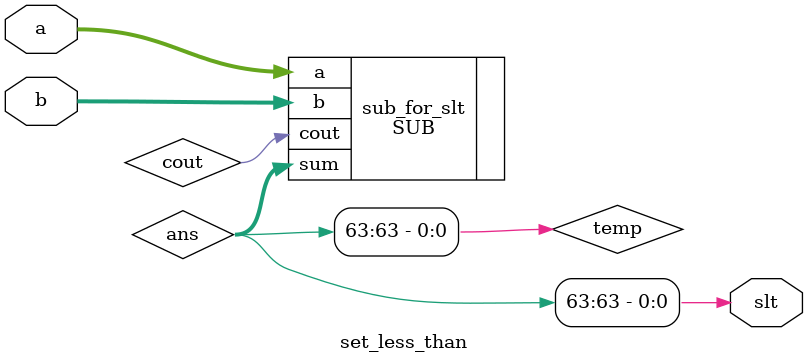
<source format=v>
`include "sub.v"
module set_less_than (input [63:0] a, input [63:0] b, output slt);
wire cout;
wire [63:0] ans;
// SUB(a, b, ans, cout);
SUB sub_for_slt (
        .a(a),
        .b(b),
        .sum(ans),
        .cout(cout)
    );
wire temp=ans[63];
assign slt=temp;

endmodule

</source>
